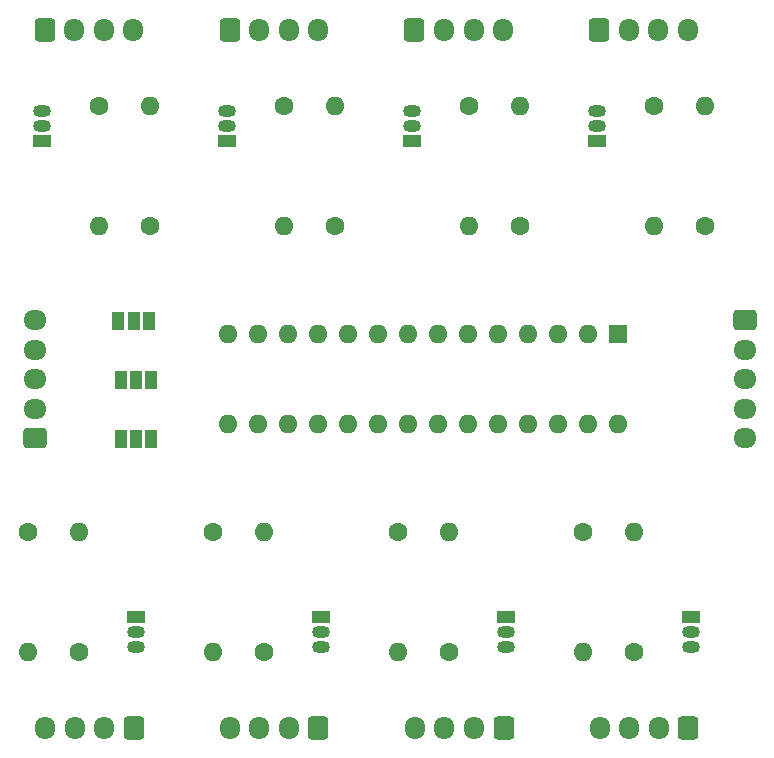
<source format=gbr>
%TF.GenerationSoftware,KiCad,Pcbnew,(6.0.10-0)*%
%TF.CreationDate,2023-02-19T00:01:58-07:00*%
%TF.ProjectId,andyvision_kicad,616e6479-7669-4736-996f-6e5f6b696361,1.0*%
%TF.SameCoordinates,Original*%
%TF.FileFunction,Soldermask,Top*%
%TF.FilePolarity,Negative*%
%FSLAX46Y46*%
G04 Gerber Fmt 4.6, Leading zero omitted, Abs format (unit mm)*
G04 Created by KiCad (PCBNEW (6.0.10-0)) date 2023-02-19 00:01:58*
%MOMM*%
%LPD*%
G01*
G04 APERTURE LIST*
G04 Aperture macros list*
%AMRoundRect*
0 Rectangle with rounded corners*
0 $1 Rounding radius*
0 $2 $3 $4 $5 $6 $7 $8 $9 X,Y pos of 4 corners*
0 Add a 4 corners polygon primitive as box body*
4,1,4,$2,$3,$4,$5,$6,$7,$8,$9,$2,$3,0*
0 Add four circle primitives for the rounded corners*
1,1,$1+$1,$2,$3*
1,1,$1+$1,$4,$5*
1,1,$1+$1,$6,$7*
1,1,$1+$1,$8,$9*
0 Add four rect primitives between the rounded corners*
20,1,$1+$1,$2,$3,$4,$5,0*
20,1,$1+$1,$4,$5,$6,$7,0*
20,1,$1+$1,$6,$7,$8,$9,0*
20,1,$1+$1,$8,$9,$2,$3,0*%
G04 Aperture macros list end*
%ADD10C,1.600000*%
%ADD11O,1.600000X1.600000*%
%ADD12RoundRect,0.250000X0.725000X-0.600000X0.725000X0.600000X-0.725000X0.600000X-0.725000X-0.600000X0*%
%ADD13O,1.950000X1.700000*%
%ADD14RoundRect,0.250000X0.600000X0.725000X-0.600000X0.725000X-0.600000X-0.725000X0.600000X-0.725000X0*%
%ADD15O,1.700000X1.950000*%
%ADD16R,1.500000X1.050000*%
%ADD17O,1.500000X1.050000*%
%ADD18R,1.000000X1.500000*%
%ADD19RoundRect,0.250000X-0.600000X-0.725000X0.600000X-0.725000X0.600000X0.725000X-0.600000X0.725000X0*%
%ADD20R,1.600000X1.600000*%
%ADD21RoundRect,0.250000X-0.725000X0.600000X-0.725000X-0.600000X0.725000X-0.600000X0.725000X0.600000X0*%
G04 APERTURE END LIST*
D10*
%TO.C,R12*%
X150490000Y-117110000D03*
D11*
X150490000Y-106950000D03*
%TD*%
D10*
%TO.C,R16*%
X119170000Y-117110000D03*
D11*
X119170000Y-106950000D03*
%TD*%
D10*
%TO.C,R6*%
X152190000Y-70840000D03*
D11*
X152190000Y-81000000D03*
%TD*%
D10*
%TO.C,R11*%
X146160000Y-106950000D03*
D11*
X146160000Y-117110000D03*
%TD*%
D12*
%TO.C,J2*%
X115475000Y-98975000D03*
D13*
X115475000Y-96475000D03*
X115475000Y-93975000D03*
X115475000Y-91475000D03*
X115475000Y-88975000D03*
%TD*%
D14*
%TO.C,J9*%
X139435000Y-123555000D03*
D15*
X136935000Y-123555000D03*
X134435000Y-123555000D03*
X131935000Y-123555000D03*
%TD*%
D10*
%TO.C,R13*%
X130485000Y-106950000D03*
D11*
X130485000Y-117110000D03*
%TD*%
D16*
%TO.C,Q4*%
X163010000Y-73790000D03*
D17*
X163010000Y-72520000D03*
X163010000Y-71250000D03*
%TD*%
D18*
%TO.C,A0*%
X125300000Y-99025000D03*
X124000000Y-99025000D03*
X122700000Y-99025000D03*
%TD*%
D19*
%TO.C,J4*%
X131910000Y-64395000D03*
D15*
X134410000Y-64395000D03*
X136910000Y-64395000D03*
X139410000Y-64395000D03*
%TD*%
D18*
%TO.C,A1*%
X125300000Y-94025000D03*
X124000000Y-94025000D03*
X122700000Y-94025000D03*
%TD*%
D10*
%TO.C,R4*%
X136530000Y-70840000D03*
D11*
X136530000Y-81000000D03*
%TD*%
D16*
%TO.C,Q7*%
X139685000Y-114160000D03*
D17*
X139685000Y-115430000D03*
X139685000Y-116700000D03*
%TD*%
D10*
%TO.C,R8*%
X167850000Y-70840000D03*
D11*
X167850000Y-81000000D03*
%TD*%
D16*
%TO.C,Q6*%
X155330000Y-114160000D03*
D17*
X155330000Y-115430000D03*
X155330000Y-116700000D03*
%TD*%
D10*
%TO.C,R7*%
X172180000Y-81000000D03*
D11*
X172180000Y-70840000D03*
%TD*%
D16*
%TO.C,Q3*%
X147350000Y-73790000D03*
D17*
X147350000Y-72520000D03*
X147350000Y-71250000D03*
%TD*%
D16*
%TO.C,Q5*%
X170990000Y-114160000D03*
D17*
X170990000Y-115430000D03*
X170990000Y-116700000D03*
%TD*%
D14*
%TO.C,J8*%
X155110000Y-123555000D03*
D15*
X152610000Y-123555000D03*
X150110000Y-123555000D03*
X147610000Y-123555000D03*
%TD*%
D19*
%TO.C,J5*%
X147570000Y-64395000D03*
D15*
X150070000Y-64395000D03*
X152570000Y-64395000D03*
X155070000Y-64395000D03*
%TD*%
D14*
%TO.C,J10*%
X123790000Y-123555000D03*
D15*
X121290000Y-123555000D03*
X118790000Y-123555000D03*
X116290000Y-123555000D03*
%TD*%
D16*
%TO.C,Q1*%
X116030000Y-73790000D03*
D17*
X116030000Y-72520000D03*
X116030000Y-71250000D03*
%TD*%
D16*
%TO.C,Q2*%
X131690000Y-73790000D03*
D17*
X131690000Y-72520000D03*
X131690000Y-71250000D03*
%TD*%
D10*
%TO.C,R9*%
X161820000Y-106950000D03*
D11*
X161820000Y-117110000D03*
%TD*%
D20*
%TO.C,U1*%
X164772500Y-90175000D03*
D11*
X162232500Y-90175000D03*
X159692500Y-90175000D03*
X157152500Y-90175000D03*
X154612500Y-90175000D03*
X152072500Y-90175000D03*
X149532500Y-90175000D03*
X146992500Y-90175000D03*
X144452500Y-90175000D03*
X141912500Y-90175000D03*
X139372500Y-90175000D03*
X136832500Y-90175000D03*
X134292500Y-90175000D03*
X131752500Y-90175000D03*
X131752500Y-97795000D03*
X134292500Y-97795000D03*
X136832500Y-97795000D03*
X139372500Y-97795000D03*
X141912500Y-97795000D03*
X144452500Y-97795000D03*
X146992500Y-97795000D03*
X149532500Y-97795000D03*
X152072500Y-97795000D03*
X154612500Y-97795000D03*
X157152500Y-97795000D03*
X159692500Y-97795000D03*
X162232500Y-97795000D03*
X164772500Y-97795000D03*
%TD*%
D10*
%TO.C,R2*%
X120870000Y-70840000D03*
D11*
X120870000Y-81000000D03*
%TD*%
D16*
%TO.C,Q8*%
X124010000Y-114160000D03*
D17*
X124010000Y-115430000D03*
X124010000Y-116700000D03*
%TD*%
D10*
%TO.C,R3*%
X140860000Y-81000000D03*
D11*
X140860000Y-70840000D03*
%TD*%
D10*
%TO.C,R1*%
X125200000Y-81000000D03*
D11*
X125200000Y-70840000D03*
%TD*%
D19*
%TO.C,J6*%
X163230000Y-64395000D03*
D15*
X165730000Y-64395000D03*
X168230000Y-64395000D03*
X170730000Y-64395000D03*
%TD*%
D10*
%TO.C,R10*%
X166150000Y-117110000D03*
D11*
X166150000Y-106950000D03*
%TD*%
D21*
%TO.C,J1*%
X175525000Y-89000000D03*
D13*
X175525000Y-91500000D03*
X175525000Y-94000000D03*
X175525000Y-96500000D03*
X175525000Y-99000000D03*
%TD*%
D19*
%TO.C,J3*%
X116250000Y-64395000D03*
D15*
X118750000Y-64395000D03*
X121250000Y-64395000D03*
X123750000Y-64395000D03*
%TD*%
D10*
%TO.C,R15*%
X114840000Y-106950000D03*
D11*
X114840000Y-117110000D03*
%TD*%
D18*
%TO.C,A2*%
X125100000Y-89025000D03*
X123800000Y-89025000D03*
X122500000Y-89025000D03*
%TD*%
D14*
%TO.C,J7*%
X170770000Y-123555000D03*
D15*
X168270000Y-123555000D03*
X165770000Y-123555000D03*
X163270000Y-123555000D03*
%TD*%
D10*
%TO.C,R5*%
X156520000Y-81000000D03*
D11*
X156520000Y-70840000D03*
%TD*%
D10*
%TO.C,R14*%
X134830000Y-117110000D03*
D11*
X134830000Y-106950000D03*
%TD*%
M02*

</source>
